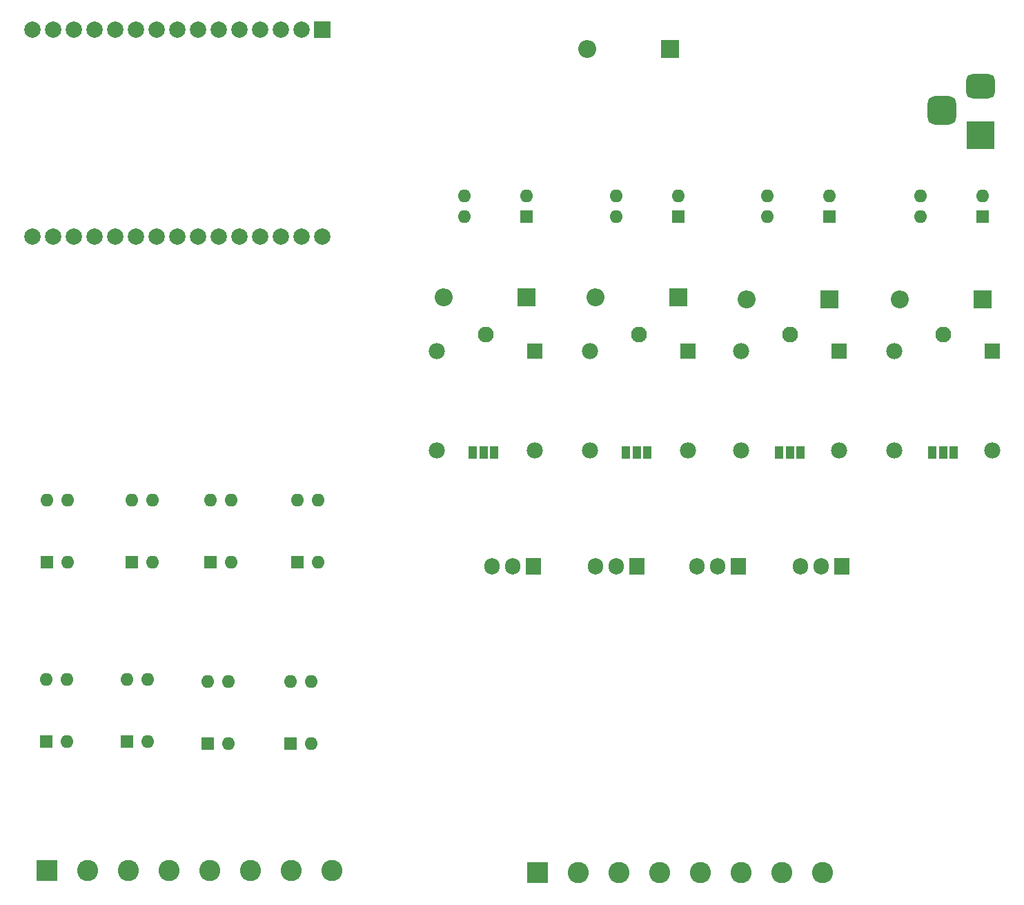
<source format=gbr>
%TF.GenerationSoftware,KiCad,Pcbnew,(6.0.9)*%
%TF.CreationDate,2022-12-27T14:16:08-08:00*%
%TF.ProjectId,halloween vending machine,68616c6c-6f77-4656-956e-2076656e6469,rev?*%
%TF.SameCoordinates,Original*%
%TF.FileFunction,Soldermask,Bot*%
%TF.FilePolarity,Negative*%
%FSLAX46Y46*%
G04 Gerber Fmt 4.6, Leading zero omitted, Abs format (unit mm)*
G04 Created by KiCad (PCBNEW (6.0.9)) date 2022-12-27 14:16:08*
%MOMM*%
%LPD*%
G01*
G04 APERTURE LIST*
G04 Aperture macros list*
%AMRoundRect*
0 Rectangle with rounded corners*
0 $1 Rounding radius*
0 $2 $3 $4 $5 $6 $7 $8 $9 X,Y pos of 4 corners*
0 Add a 4 corners polygon primitive as box body*
4,1,4,$2,$3,$4,$5,$6,$7,$8,$9,$2,$3,0*
0 Add four circle primitives for the rounded corners*
1,1,$1+$1,$2,$3*
1,1,$1+$1,$4,$5*
1,1,$1+$1,$6,$7*
1,1,$1+$1,$8,$9*
0 Add four rect primitives between the rounded corners*
20,1,$1+$1,$2,$3,$4,$5,0*
20,1,$1+$1,$4,$5,$6,$7,0*
20,1,$1+$1,$6,$7,$8,$9,0*
20,1,$1+$1,$8,$9,$2,$3,0*%
G04 Aperture macros list end*
%ADD10R,1.980000X1.980000*%
%ADD11C,1.935000*%
%ADD12C,1.980000*%
%ADD13R,1.000000X1.500000*%
%ADD14R,2.600000X2.600000*%
%ADD15C,2.600000*%
%ADD16R,1.600000X1.600000*%
%ADD17O,1.600000X1.600000*%
%ADD18R,2.200000X2.200000*%
%ADD19O,2.200000X2.200000*%
%ADD20R,2.000000X2.000000*%
%ADD21C,2.000000*%
%ADD22R,1.905000X2.000000*%
%ADD23O,1.905000X2.000000*%
%ADD24R,3.500000X3.500000*%
%ADD25RoundRect,0.750000X-1.000000X0.750000X-1.000000X-0.750000X1.000000X-0.750000X1.000000X0.750000X0*%
%ADD26RoundRect,0.875000X-0.875000X0.875000X-0.875000X-0.875000X0.875000X-0.875000X0.875000X0.875000X0*%
G04 APERTURE END LIST*
D10*
%TO.C,K4*%
X144176000Y-61210000D03*
D11*
X138176000Y-59210000D03*
D12*
X132176000Y-61210000D03*
X132176000Y-73410000D03*
X144176000Y-73410000D03*
%TD*%
D10*
%TO.C,K3*%
X125380000Y-61210000D03*
D11*
X119380000Y-59210000D03*
D12*
X113380000Y-61210000D03*
X113380000Y-73410000D03*
X125380000Y-73410000D03*
%TD*%
D10*
%TO.C,K2*%
X106838000Y-61210000D03*
D11*
X100838000Y-59210000D03*
D12*
X94838000Y-61210000D03*
X94838000Y-73410000D03*
X106838000Y-73410000D03*
%TD*%
D10*
%TO.C,K1*%
X88042000Y-61210000D03*
D11*
X82042000Y-59210000D03*
D12*
X76042000Y-61210000D03*
X76042000Y-73410000D03*
X88042000Y-73410000D03*
%TD*%
D13*
%TO.C,JP4*%
X136876000Y-73660000D03*
X138176000Y-73660000D03*
X139476000Y-73660000D03*
%TD*%
%TO.C,JP3*%
X118080000Y-73660000D03*
X119380000Y-73660000D03*
X120680000Y-73660000D03*
%TD*%
%TO.C,JP2*%
X99284000Y-73660000D03*
X100584000Y-73660000D03*
X101884000Y-73660000D03*
%TD*%
%TO.C,JP1*%
X80488000Y-73660000D03*
X81788000Y-73660000D03*
X83088000Y-73660000D03*
%TD*%
D14*
%TO.C,J2*%
X28180000Y-124968000D03*
D15*
X33180000Y-124968000D03*
X38180000Y-124968000D03*
X43180000Y-124968000D03*
X48180000Y-124968000D03*
X53180000Y-124968000D03*
X58180000Y-124968000D03*
X63180000Y-124968000D03*
%TD*%
D16*
%TO.C,U5*%
X28149000Y-109159000D03*
D17*
X30689000Y-109159000D03*
X30689000Y-101539000D03*
X28149000Y-101539000D03*
%TD*%
D14*
%TO.C,J3*%
X88418000Y-125273000D03*
D15*
X93418000Y-125273000D03*
X98418000Y-125273000D03*
X103418000Y-125273000D03*
X108418000Y-125273000D03*
X113418000Y-125273000D03*
X118418000Y-125273000D03*
X123418000Y-125273000D03*
%TD*%
D16*
%TO.C,U12*%
X142992000Y-44709000D03*
D17*
X142992000Y-42169000D03*
X135372000Y-42169000D03*
X135372000Y-44709000D03*
%TD*%
D18*
%TO.C,D15*%
X105664000Y-54610000D03*
D19*
X95504000Y-54610000D03*
%TD*%
D16*
%TO.C,U13*%
X28189000Y-87112000D03*
D17*
X30729000Y-87112000D03*
X30729000Y-79492000D03*
X28189000Y-79492000D03*
%TD*%
D20*
%TO.C,U1*%
X62015000Y-21800000D03*
D21*
X59475000Y-21800000D03*
X56935000Y-21800000D03*
X54395000Y-21800000D03*
X51855000Y-21800000D03*
X49315000Y-21800000D03*
X46775000Y-21800000D03*
X44235000Y-21800000D03*
X41695000Y-21800000D03*
X39155000Y-21800000D03*
X36615000Y-21800000D03*
X34075000Y-21800000D03*
X31535000Y-21800000D03*
X28995000Y-21800000D03*
X26455000Y-21800000D03*
X26455000Y-47200000D03*
X28995000Y-47200000D03*
X31535000Y-47200000D03*
X34075000Y-47200000D03*
X36615000Y-47200000D03*
X39155000Y-47200000D03*
X41695000Y-47200000D03*
X44235000Y-47200000D03*
X46775000Y-47200000D03*
X49315000Y-47200000D03*
X51855000Y-47200000D03*
X54395000Y-47200000D03*
X56935000Y-47200000D03*
X59475000Y-47200000D03*
X62015000Y-47200000D03*
%TD*%
D18*
%TO.C,D17*%
X143002000Y-54892000D03*
D19*
X132842000Y-54892000D03*
%TD*%
D16*
%TO.C,U7*%
X47961000Y-109413000D03*
D17*
X50501000Y-109413000D03*
X50501000Y-101793000D03*
X47961000Y-101793000D03*
%TD*%
D16*
%TO.C,U11*%
X124196000Y-44737000D03*
D17*
X124196000Y-42197000D03*
X116576000Y-42197000D03*
X116576000Y-44737000D03*
%TD*%
D22*
%TO.C,Q5*%
X113030000Y-87630000D03*
D23*
X110490000Y-87630000D03*
X107950000Y-87630000D03*
%TD*%
D16*
%TO.C,U10*%
X105654000Y-44709000D03*
D17*
X105654000Y-42169000D03*
X98034000Y-42169000D03*
X98034000Y-44709000D03*
%TD*%
D16*
%TO.C,U6*%
X38055000Y-109159000D03*
D17*
X40595000Y-109159000D03*
X40595000Y-101539000D03*
X38055000Y-101539000D03*
%TD*%
D18*
%TO.C,D1*%
X104648000Y-24130000D03*
D19*
X94488000Y-24130000D03*
%TD*%
D16*
%TO.C,U9*%
X87026000Y-44700000D03*
D17*
X87026000Y-42160000D03*
X79406000Y-42160000D03*
X79406000Y-44700000D03*
%TD*%
D16*
%TO.C,U8*%
X58121000Y-109413000D03*
D17*
X60661000Y-109413000D03*
X60661000Y-101793000D03*
X58121000Y-101793000D03*
%TD*%
D18*
%TO.C,D11*%
X87026000Y-54606000D03*
D19*
X76866000Y-54606000D03*
%TD*%
D24*
%TO.C,J1*%
X142748000Y-34702000D03*
D25*
X142748000Y-28702000D03*
D26*
X138048000Y-31702000D03*
%TD*%
D16*
%TO.C,U15*%
X48260000Y-87112000D03*
D17*
X50800000Y-87112000D03*
X50800000Y-79492000D03*
X48260000Y-79492000D03*
%TD*%
D22*
%TO.C,Q7*%
X87884000Y-87630000D03*
D23*
X85344000Y-87630000D03*
X82804000Y-87630000D03*
%TD*%
D22*
%TO.C,Q8*%
X100584000Y-87630000D03*
D23*
X98044000Y-87630000D03*
X95504000Y-87630000D03*
%TD*%
D16*
%TO.C,U14*%
X38608000Y-87112000D03*
D17*
X41148000Y-87112000D03*
X41148000Y-79492000D03*
X38608000Y-79492000D03*
%TD*%
D18*
%TO.C,D16*%
X124206000Y-54864000D03*
D19*
X114046000Y-54864000D03*
%TD*%
D16*
%TO.C,U16*%
X58928000Y-87112000D03*
D17*
X61468000Y-87112000D03*
X61468000Y-79492000D03*
X58928000Y-79492000D03*
%TD*%
D22*
%TO.C,Q6*%
X125730000Y-87630000D03*
D23*
X123190000Y-87630000D03*
X120650000Y-87630000D03*
%TD*%
M02*

</source>
